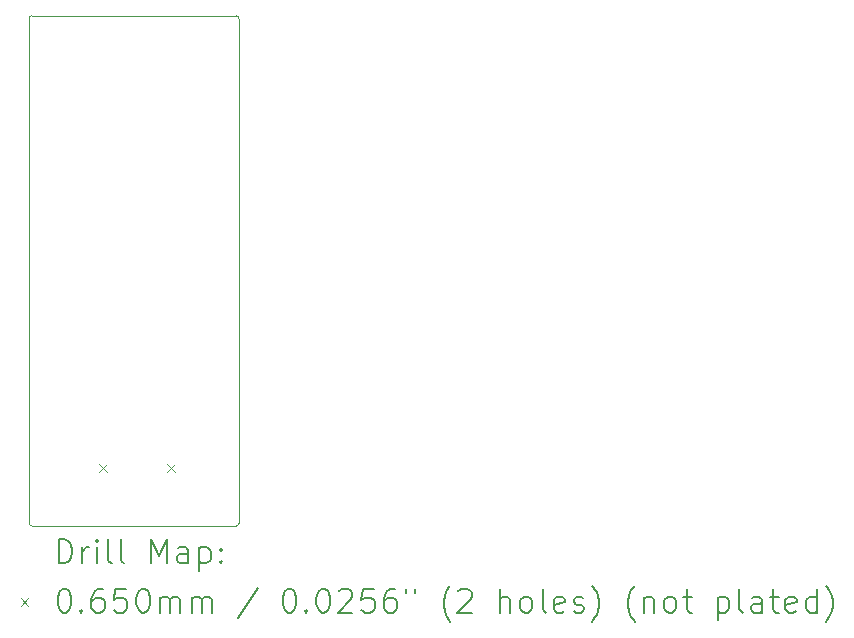
<source format=gbr>
%FSLAX45Y45*%
G04 Gerber Fmt 4.5, Leading zero omitted, Abs format (unit mm)*
G04 Created by KiCad (PCBNEW (6.0.6)) date 2022-07-14 08:26:52*
%MOMM*%
%LPD*%
G01*
G04 APERTURE LIST*
%TA.AperFunction,Profile*%
%ADD10C,0.100000*%
%TD*%
%ADD11C,0.200000*%
%ADD12C,0.065000*%
G04 APERTURE END LIST*
D10*
X13843000Y-11061700D02*
X15570200Y-11061700D01*
X15570200Y-6743700D02*
X13843000Y-6743700D01*
X13817600Y-11036300D02*
G75*
G03*
X13843000Y-11061700I25400J0D01*
G01*
X15595600Y-6769100D02*
G75*
G03*
X15570200Y-6743700I-25400J0D01*
G01*
X13843000Y-6743700D02*
G75*
G03*
X13817600Y-6769100I0J-25400D01*
G01*
X15570200Y-11061700D02*
G75*
G03*
X15595600Y-11036300I0J25400D01*
G01*
X15595600Y-11036300D02*
X15595600Y-6769100D01*
X13817600Y-6769100D02*
X13817600Y-11036300D01*
D11*
D12*
X14410500Y-10540600D02*
X14475500Y-10605600D01*
X14475500Y-10540600D02*
X14410500Y-10605600D01*
X14988500Y-10540600D02*
X15053500Y-10605600D01*
X15053500Y-10540600D02*
X14988500Y-10605600D01*
D11*
X14070219Y-11377176D02*
X14070219Y-11177176D01*
X14117838Y-11177176D01*
X14146409Y-11186700D01*
X14165457Y-11205748D01*
X14174981Y-11224795D01*
X14184505Y-11262890D01*
X14184505Y-11291462D01*
X14174981Y-11329557D01*
X14165457Y-11348605D01*
X14146409Y-11367652D01*
X14117838Y-11377176D01*
X14070219Y-11377176D01*
X14270219Y-11377176D02*
X14270219Y-11243843D01*
X14270219Y-11281938D02*
X14279743Y-11262890D01*
X14289267Y-11253367D01*
X14308314Y-11243843D01*
X14327362Y-11243843D01*
X14394028Y-11377176D02*
X14394028Y-11243843D01*
X14394028Y-11177176D02*
X14384505Y-11186700D01*
X14394028Y-11196224D01*
X14403552Y-11186700D01*
X14394028Y-11177176D01*
X14394028Y-11196224D01*
X14517838Y-11377176D02*
X14498790Y-11367652D01*
X14489267Y-11348605D01*
X14489267Y-11177176D01*
X14622600Y-11377176D02*
X14603552Y-11367652D01*
X14594028Y-11348605D01*
X14594028Y-11177176D01*
X14851171Y-11377176D02*
X14851171Y-11177176D01*
X14917838Y-11320033D01*
X14984505Y-11177176D01*
X14984505Y-11377176D01*
X15165457Y-11377176D02*
X15165457Y-11272414D01*
X15155933Y-11253367D01*
X15136886Y-11243843D01*
X15098790Y-11243843D01*
X15079743Y-11253367D01*
X15165457Y-11367652D02*
X15146409Y-11377176D01*
X15098790Y-11377176D01*
X15079743Y-11367652D01*
X15070219Y-11348605D01*
X15070219Y-11329557D01*
X15079743Y-11310509D01*
X15098790Y-11300986D01*
X15146409Y-11300986D01*
X15165457Y-11291462D01*
X15260695Y-11243843D02*
X15260695Y-11443843D01*
X15260695Y-11253367D02*
X15279743Y-11243843D01*
X15317838Y-11243843D01*
X15336886Y-11253367D01*
X15346409Y-11262890D01*
X15355933Y-11281938D01*
X15355933Y-11339081D01*
X15346409Y-11358128D01*
X15336886Y-11367652D01*
X15317838Y-11377176D01*
X15279743Y-11377176D01*
X15260695Y-11367652D01*
X15441648Y-11358128D02*
X15451171Y-11367652D01*
X15441648Y-11377176D01*
X15432124Y-11367652D01*
X15441648Y-11358128D01*
X15441648Y-11377176D01*
X15441648Y-11253367D02*
X15451171Y-11262890D01*
X15441648Y-11272414D01*
X15432124Y-11262890D01*
X15441648Y-11253367D01*
X15441648Y-11272414D01*
D12*
X13747600Y-11674200D02*
X13812600Y-11739200D01*
X13812600Y-11674200D02*
X13747600Y-11739200D01*
D11*
X14108314Y-11597176D02*
X14127362Y-11597176D01*
X14146409Y-11606700D01*
X14155933Y-11616224D01*
X14165457Y-11635271D01*
X14174981Y-11673367D01*
X14174981Y-11720986D01*
X14165457Y-11759081D01*
X14155933Y-11778128D01*
X14146409Y-11787652D01*
X14127362Y-11797176D01*
X14108314Y-11797176D01*
X14089267Y-11787652D01*
X14079743Y-11778128D01*
X14070219Y-11759081D01*
X14060695Y-11720986D01*
X14060695Y-11673367D01*
X14070219Y-11635271D01*
X14079743Y-11616224D01*
X14089267Y-11606700D01*
X14108314Y-11597176D01*
X14260695Y-11778128D02*
X14270219Y-11787652D01*
X14260695Y-11797176D01*
X14251171Y-11787652D01*
X14260695Y-11778128D01*
X14260695Y-11797176D01*
X14441648Y-11597176D02*
X14403552Y-11597176D01*
X14384505Y-11606700D01*
X14374981Y-11616224D01*
X14355933Y-11644795D01*
X14346409Y-11682890D01*
X14346409Y-11759081D01*
X14355933Y-11778128D01*
X14365457Y-11787652D01*
X14384505Y-11797176D01*
X14422600Y-11797176D01*
X14441648Y-11787652D01*
X14451171Y-11778128D01*
X14460695Y-11759081D01*
X14460695Y-11711462D01*
X14451171Y-11692414D01*
X14441648Y-11682890D01*
X14422600Y-11673367D01*
X14384505Y-11673367D01*
X14365457Y-11682890D01*
X14355933Y-11692414D01*
X14346409Y-11711462D01*
X14641648Y-11597176D02*
X14546409Y-11597176D01*
X14536886Y-11692414D01*
X14546409Y-11682890D01*
X14565457Y-11673367D01*
X14613076Y-11673367D01*
X14632124Y-11682890D01*
X14641648Y-11692414D01*
X14651171Y-11711462D01*
X14651171Y-11759081D01*
X14641648Y-11778128D01*
X14632124Y-11787652D01*
X14613076Y-11797176D01*
X14565457Y-11797176D01*
X14546409Y-11787652D01*
X14536886Y-11778128D01*
X14774981Y-11597176D02*
X14794028Y-11597176D01*
X14813076Y-11606700D01*
X14822600Y-11616224D01*
X14832124Y-11635271D01*
X14841648Y-11673367D01*
X14841648Y-11720986D01*
X14832124Y-11759081D01*
X14822600Y-11778128D01*
X14813076Y-11787652D01*
X14794028Y-11797176D01*
X14774981Y-11797176D01*
X14755933Y-11787652D01*
X14746409Y-11778128D01*
X14736886Y-11759081D01*
X14727362Y-11720986D01*
X14727362Y-11673367D01*
X14736886Y-11635271D01*
X14746409Y-11616224D01*
X14755933Y-11606700D01*
X14774981Y-11597176D01*
X14927362Y-11797176D02*
X14927362Y-11663843D01*
X14927362Y-11682890D02*
X14936886Y-11673367D01*
X14955933Y-11663843D01*
X14984505Y-11663843D01*
X15003552Y-11673367D01*
X15013076Y-11692414D01*
X15013076Y-11797176D01*
X15013076Y-11692414D02*
X15022600Y-11673367D01*
X15041648Y-11663843D01*
X15070219Y-11663843D01*
X15089267Y-11673367D01*
X15098790Y-11692414D01*
X15098790Y-11797176D01*
X15194028Y-11797176D02*
X15194028Y-11663843D01*
X15194028Y-11682890D02*
X15203552Y-11673367D01*
X15222600Y-11663843D01*
X15251171Y-11663843D01*
X15270219Y-11673367D01*
X15279743Y-11692414D01*
X15279743Y-11797176D01*
X15279743Y-11692414D02*
X15289267Y-11673367D01*
X15308314Y-11663843D01*
X15336886Y-11663843D01*
X15355933Y-11673367D01*
X15365457Y-11692414D01*
X15365457Y-11797176D01*
X15755933Y-11587652D02*
X15584505Y-11844795D01*
X16013076Y-11597176D02*
X16032124Y-11597176D01*
X16051171Y-11606700D01*
X16060695Y-11616224D01*
X16070219Y-11635271D01*
X16079743Y-11673367D01*
X16079743Y-11720986D01*
X16070219Y-11759081D01*
X16060695Y-11778128D01*
X16051171Y-11787652D01*
X16032124Y-11797176D01*
X16013076Y-11797176D01*
X15994028Y-11787652D01*
X15984505Y-11778128D01*
X15974981Y-11759081D01*
X15965457Y-11720986D01*
X15965457Y-11673367D01*
X15974981Y-11635271D01*
X15984505Y-11616224D01*
X15994028Y-11606700D01*
X16013076Y-11597176D01*
X16165457Y-11778128D02*
X16174981Y-11787652D01*
X16165457Y-11797176D01*
X16155933Y-11787652D01*
X16165457Y-11778128D01*
X16165457Y-11797176D01*
X16298790Y-11597176D02*
X16317838Y-11597176D01*
X16336886Y-11606700D01*
X16346409Y-11616224D01*
X16355933Y-11635271D01*
X16365457Y-11673367D01*
X16365457Y-11720986D01*
X16355933Y-11759081D01*
X16346409Y-11778128D01*
X16336886Y-11787652D01*
X16317838Y-11797176D01*
X16298790Y-11797176D01*
X16279743Y-11787652D01*
X16270219Y-11778128D01*
X16260695Y-11759081D01*
X16251171Y-11720986D01*
X16251171Y-11673367D01*
X16260695Y-11635271D01*
X16270219Y-11616224D01*
X16279743Y-11606700D01*
X16298790Y-11597176D01*
X16441648Y-11616224D02*
X16451171Y-11606700D01*
X16470219Y-11597176D01*
X16517838Y-11597176D01*
X16536886Y-11606700D01*
X16546409Y-11616224D01*
X16555933Y-11635271D01*
X16555933Y-11654319D01*
X16546409Y-11682890D01*
X16432124Y-11797176D01*
X16555933Y-11797176D01*
X16736886Y-11597176D02*
X16641648Y-11597176D01*
X16632124Y-11692414D01*
X16641648Y-11682890D01*
X16660695Y-11673367D01*
X16708314Y-11673367D01*
X16727362Y-11682890D01*
X16736886Y-11692414D01*
X16746409Y-11711462D01*
X16746409Y-11759081D01*
X16736886Y-11778128D01*
X16727362Y-11787652D01*
X16708314Y-11797176D01*
X16660695Y-11797176D01*
X16641648Y-11787652D01*
X16632124Y-11778128D01*
X16917838Y-11597176D02*
X16879743Y-11597176D01*
X16860695Y-11606700D01*
X16851171Y-11616224D01*
X16832124Y-11644795D01*
X16822600Y-11682890D01*
X16822600Y-11759081D01*
X16832124Y-11778128D01*
X16841648Y-11787652D01*
X16860695Y-11797176D01*
X16898790Y-11797176D01*
X16917838Y-11787652D01*
X16927362Y-11778128D01*
X16936886Y-11759081D01*
X16936886Y-11711462D01*
X16927362Y-11692414D01*
X16917838Y-11682890D01*
X16898790Y-11673367D01*
X16860695Y-11673367D01*
X16841648Y-11682890D01*
X16832124Y-11692414D01*
X16822600Y-11711462D01*
X17013076Y-11597176D02*
X17013076Y-11635271D01*
X17089267Y-11597176D02*
X17089267Y-11635271D01*
X17384505Y-11873367D02*
X17374981Y-11863843D01*
X17355933Y-11835271D01*
X17346410Y-11816224D01*
X17336886Y-11787652D01*
X17327362Y-11740033D01*
X17327362Y-11701938D01*
X17336886Y-11654319D01*
X17346410Y-11625748D01*
X17355933Y-11606700D01*
X17374981Y-11578128D01*
X17384505Y-11568605D01*
X17451171Y-11616224D02*
X17460695Y-11606700D01*
X17479743Y-11597176D01*
X17527362Y-11597176D01*
X17546410Y-11606700D01*
X17555933Y-11616224D01*
X17565457Y-11635271D01*
X17565457Y-11654319D01*
X17555933Y-11682890D01*
X17441648Y-11797176D01*
X17565457Y-11797176D01*
X17803552Y-11797176D02*
X17803552Y-11597176D01*
X17889267Y-11797176D02*
X17889267Y-11692414D01*
X17879743Y-11673367D01*
X17860695Y-11663843D01*
X17832124Y-11663843D01*
X17813076Y-11673367D01*
X17803552Y-11682890D01*
X18013076Y-11797176D02*
X17994029Y-11787652D01*
X17984505Y-11778128D01*
X17974981Y-11759081D01*
X17974981Y-11701938D01*
X17984505Y-11682890D01*
X17994029Y-11673367D01*
X18013076Y-11663843D01*
X18041648Y-11663843D01*
X18060695Y-11673367D01*
X18070219Y-11682890D01*
X18079743Y-11701938D01*
X18079743Y-11759081D01*
X18070219Y-11778128D01*
X18060695Y-11787652D01*
X18041648Y-11797176D01*
X18013076Y-11797176D01*
X18194029Y-11797176D02*
X18174981Y-11787652D01*
X18165457Y-11768605D01*
X18165457Y-11597176D01*
X18346410Y-11787652D02*
X18327362Y-11797176D01*
X18289267Y-11797176D01*
X18270219Y-11787652D01*
X18260695Y-11768605D01*
X18260695Y-11692414D01*
X18270219Y-11673367D01*
X18289267Y-11663843D01*
X18327362Y-11663843D01*
X18346410Y-11673367D01*
X18355933Y-11692414D01*
X18355933Y-11711462D01*
X18260695Y-11730509D01*
X18432124Y-11787652D02*
X18451171Y-11797176D01*
X18489267Y-11797176D01*
X18508314Y-11787652D01*
X18517838Y-11768605D01*
X18517838Y-11759081D01*
X18508314Y-11740033D01*
X18489267Y-11730509D01*
X18460695Y-11730509D01*
X18441648Y-11720986D01*
X18432124Y-11701938D01*
X18432124Y-11692414D01*
X18441648Y-11673367D01*
X18460695Y-11663843D01*
X18489267Y-11663843D01*
X18508314Y-11673367D01*
X18584505Y-11873367D02*
X18594029Y-11863843D01*
X18613076Y-11835271D01*
X18622600Y-11816224D01*
X18632124Y-11787652D01*
X18641648Y-11740033D01*
X18641648Y-11701938D01*
X18632124Y-11654319D01*
X18622600Y-11625748D01*
X18613076Y-11606700D01*
X18594029Y-11578128D01*
X18584505Y-11568605D01*
X18946410Y-11873367D02*
X18936886Y-11863843D01*
X18917838Y-11835271D01*
X18908314Y-11816224D01*
X18898790Y-11787652D01*
X18889267Y-11740033D01*
X18889267Y-11701938D01*
X18898790Y-11654319D01*
X18908314Y-11625748D01*
X18917838Y-11606700D01*
X18936886Y-11578128D01*
X18946410Y-11568605D01*
X19022600Y-11663843D02*
X19022600Y-11797176D01*
X19022600Y-11682890D02*
X19032124Y-11673367D01*
X19051171Y-11663843D01*
X19079743Y-11663843D01*
X19098790Y-11673367D01*
X19108314Y-11692414D01*
X19108314Y-11797176D01*
X19232124Y-11797176D02*
X19213076Y-11787652D01*
X19203552Y-11778128D01*
X19194029Y-11759081D01*
X19194029Y-11701938D01*
X19203552Y-11682890D01*
X19213076Y-11673367D01*
X19232124Y-11663843D01*
X19260695Y-11663843D01*
X19279743Y-11673367D01*
X19289267Y-11682890D01*
X19298790Y-11701938D01*
X19298790Y-11759081D01*
X19289267Y-11778128D01*
X19279743Y-11787652D01*
X19260695Y-11797176D01*
X19232124Y-11797176D01*
X19355933Y-11663843D02*
X19432124Y-11663843D01*
X19384505Y-11597176D02*
X19384505Y-11768605D01*
X19394029Y-11787652D01*
X19413076Y-11797176D01*
X19432124Y-11797176D01*
X19651171Y-11663843D02*
X19651171Y-11863843D01*
X19651171Y-11673367D02*
X19670219Y-11663843D01*
X19708314Y-11663843D01*
X19727362Y-11673367D01*
X19736886Y-11682890D01*
X19746410Y-11701938D01*
X19746410Y-11759081D01*
X19736886Y-11778128D01*
X19727362Y-11787652D01*
X19708314Y-11797176D01*
X19670219Y-11797176D01*
X19651171Y-11787652D01*
X19860695Y-11797176D02*
X19841648Y-11787652D01*
X19832124Y-11768605D01*
X19832124Y-11597176D01*
X20022600Y-11797176D02*
X20022600Y-11692414D01*
X20013076Y-11673367D01*
X19994029Y-11663843D01*
X19955933Y-11663843D01*
X19936886Y-11673367D01*
X20022600Y-11787652D02*
X20003552Y-11797176D01*
X19955933Y-11797176D01*
X19936886Y-11787652D01*
X19927362Y-11768605D01*
X19927362Y-11749557D01*
X19936886Y-11730509D01*
X19955933Y-11720986D01*
X20003552Y-11720986D01*
X20022600Y-11711462D01*
X20089267Y-11663843D02*
X20165457Y-11663843D01*
X20117838Y-11597176D02*
X20117838Y-11768605D01*
X20127362Y-11787652D01*
X20146410Y-11797176D01*
X20165457Y-11797176D01*
X20308314Y-11787652D02*
X20289267Y-11797176D01*
X20251171Y-11797176D01*
X20232124Y-11787652D01*
X20222600Y-11768605D01*
X20222600Y-11692414D01*
X20232124Y-11673367D01*
X20251171Y-11663843D01*
X20289267Y-11663843D01*
X20308314Y-11673367D01*
X20317838Y-11692414D01*
X20317838Y-11711462D01*
X20222600Y-11730509D01*
X20489267Y-11797176D02*
X20489267Y-11597176D01*
X20489267Y-11787652D02*
X20470219Y-11797176D01*
X20432124Y-11797176D01*
X20413076Y-11787652D01*
X20403552Y-11778128D01*
X20394029Y-11759081D01*
X20394029Y-11701938D01*
X20403552Y-11682890D01*
X20413076Y-11673367D01*
X20432124Y-11663843D01*
X20470219Y-11663843D01*
X20489267Y-11673367D01*
X20565457Y-11873367D02*
X20574981Y-11863843D01*
X20594029Y-11835271D01*
X20603552Y-11816224D01*
X20613076Y-11787652D01*
X20622600Y-11740033D01*
X20622600Y-11701938D01*
X20613076Y-11654319D01*
X20603552Y-11625748D01*
X20594029Y-11606700D01*
X20574981Y-11578128D01*
X20565457Y-11568605D01*
M02*

</source>
